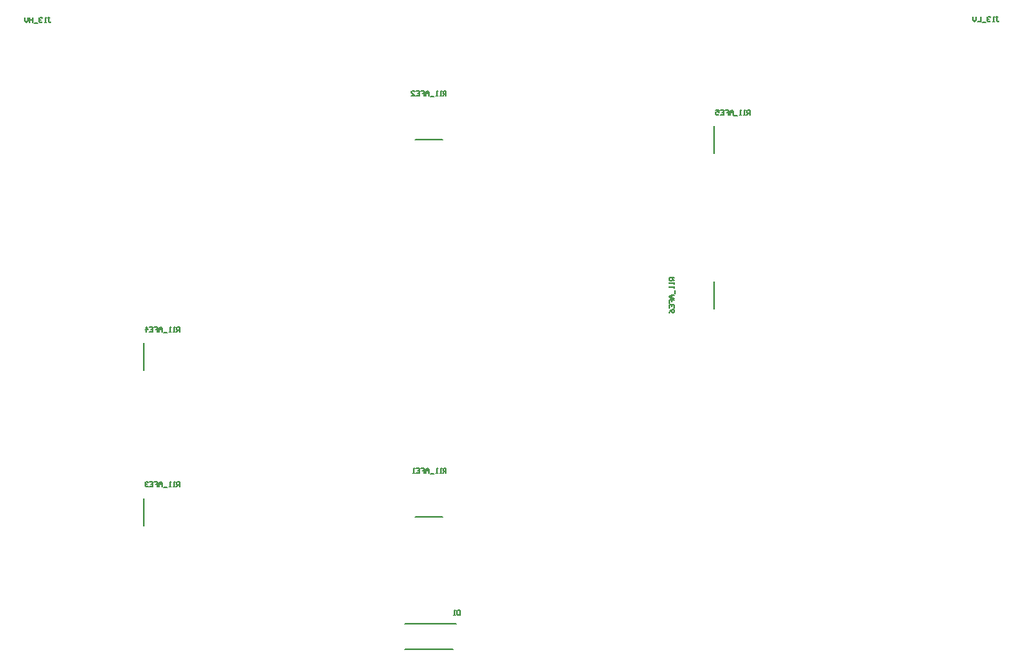
<source format=gbo>
G04*
G04 #@! TF.GenerationSoftware,Altium Limited,Altium Designer,21.3.1 (25)*
G04*
G04 Layer_Color=32896*
%FSLAX25Y25*%
%MOIN*%
G70*
G04*
G04 #@! TF.SameCoordinates,B8EFB4BC-30DA-42F7-88CE-EC59C6869F36*
G04*
G04*
G04 #@! TF.FilePolarity,Positive*
G04*
G01*
G75*
%ADD14C,0.00787*%
%ADD15C,0.00500*%
D14*
X232079Y32157D02*
X252173D01*
X232079Y42646D02*
X253248D01*
X123031Y83957D02*
Y95177D01*
X361221Y174508D02*
Y185728D01*
X236516Y87598D02*
X247736D01*
X236516Y245079D02*
X247736D01*
X123031Y148917D02*
Y160138D01*
X361221Y239469D02*
Y250689D01*
D15*
X344324Y187334D02*
X342356D01*
Y186350D01*
X342684Y186022D01*
X343340D01*
X343668Y186350D01*
Y187334D01*
Y186678D02*
X344324Y186022D01*
Y185366D02*
Y184710D01*
Y185038D01*
X342356D01*
X342684Y185366D01*
X344324Y183726D02*
Y183070D01*
Y183398D01*
X342356D01*
X342684Y183726D01*
X344652Y182086D02*
Y180774D01*
X344324Y180118D02*
X343012D01*
X342356Y179462D01*
X343012Y178806D01*
X344324D01*
X343340D01*
Y180118D01*
X342356Y176838D02*
Y178150D01*
X343340D01*
Y177494D01*
Y178150D01*
X344324D01*
X342356Y174871D02*
Y176182D01*
X344324D01*
Y174871D01*
X343340Y176182D02*
Y175526D01*
X342356Y172903D02*
X342684Y173559D01*
X343340Y174214D01*
X343996D01*
X344324Y173887D01*
Y173231D01*
X343996Y172903D01*
X343668D01*
X343340Y173231D01*
Y174214D01*
X376128Y255500D02*
Y257468D01*
X375144D01*
X374816Y257140D01*
Y256484D01*
X375144Y256156D01*
X376128D01*
X375472D02*
X374816Y255500D01*
X374160D02*
X373504D01*
X373832D01*
Y257468D01*
X374160Y257140D01*
X372520Y255500D02*
X371864D01*
X372192D01*
Y257468D01*
X372520Y257140D01*
X370880Y255172D02*
X369568D01*
X368912Y255500D02*
Y256812D01*
X368256Y257468D01*
X367600Y256812D01*
Y255500D01*
Y256484D01*
X368912D01*
X365632Y257468D02*
X366944D01*
Y256484D01*
X366288D01*
X366944D01*
Y255500D01*
X363664Y257468D02*
X364976D01*
Y255500D01*
X363664D01*
X364976Y256484D02*
X364320D01*
X361697Y257468D02*
X363008D01*
Y256484D01*
X362352Y256812D01*
X362024D01*
X361697Y256484D01*
Y255828D01*
X362024Y255500D01*
X362681D01*
X363008Y255828D01*
X138028Y164900D02*
Y166868D01*
X137044D01*
X136716Y166540D01*
Y165884D01*
X137044Y165556D01*
X138028D01*
X137372D02*
X136716Y164900D01*
X136060D02*
X135404D01*
X135732D01*
Y166868D01*
X136060Y166540D01*
X134420Y164900D02*
X133764D01*
X134092D01*
Y166868D01*
X134420Y166540D01*
X132780Y164572D02*
X131468D01*
X130812Y164900D02*
Y166212D01*
X130156Y166868D01*
X129500Y166212D01*
Y164900D01*
Y165884D01*
X130812D01*
X127532Y166868D02*
X128844D01*
Y165884D01*
X128188D01*
X128844D01*
Y164900D01*
X125564Y166868D02*
X126876D01*
Y164900D01*
X125564D01*
X126876Y165884D02*
X126220D01*
X123925Y164900D02*
Y166868D01*
X124908Y165884D01*
X123597D01*
X138028Y100000D02*
Y101968D01*
X137044D01*
X136716Y101640D01*
Y100984D01*
X137044Y100656D01*
X138028D01*
X137372D02*
X136716Y100000D01*
X136060D02*
X135404D01*
X135732D01*
Y101968D01*
X136060Y101640D01*
X134420Y100000D02*
X133764D01*
X134092D01*
Y101968D01*
X134420Y101640D01*
X132780Y99672D02*
X131468D01*
X130812Y100000D02*
Y101312D01*
X130156Y101968D01*
X129500Y101312D01*
Y100000D01*
Y100984D01*
X130812D01*
X127532Y101968D02*
X128844D01*
Y100984D01*
X128188D01*
X128844D01*
Y100000D01*
X125564Y101968D02*
X126876D01*
Y100000D01*
X125564D01*
X126876Y100984D02*
X126220D01*
X124908Y101640D02*
X124581Y101968D01*
X123925D01*
X123597Y101640D01*
Y101312D01*
X123925Y100984D01*
X124252D01*
X123925D01*
X123597Y100656D01*
Y100328D01*
X123925Y100000D01*
X124581D01*
X124908Y100328D01*
X249228Y263400D02*
Y265368D01*
X248244D01*
X247916Y265040D01*
Y264384D01*
X248244Y264056D01*
X249228D01*
X248572D02*
X247916Y263400D01*
X247260D02*
X246604D01*
X246932D01*
Y265368D01*
X247260Y265040D01*
X245620Y263400D02*
X244964D01*
X245292D01*
Y265368D01*
X245620Y265040D01*
X243980Y263072D02*
X242668D01*
X242012Y263400D02*
Y264712D01*
X241356Y265368D01*
X240700Y264712D01*
Y263400D01*
Y264384D01*
X242012D01*
X238732Y265368D02*
X240044D01*
Y264384D01*
X239388D01*
X240044D01*
Y263400D01*
X236764Y265368D02*
X238076D01*
Y263400D01*
X236764D01*
X238076Y264384D02*
X237420D01*
X234797Y263400D02*
X236108D01*
X234797Y264712D01*
Y265040D01*
X235124Y265368D01*
X235781D01*
X236108Y265040D01*
X249228Y105900D02*
Y107868D01*
X248244D01*
X247916Y107540D01*
Y106884D01*
X248244Y106556D01*
X249228D01*
X248572D02*
X247916Y105900D01*
X247260D02*
X246604D01*
X246932D01*
Y107868D01*
X247260Y107540D01*
X245620Y105900D02*
X244964D01*
X245292D01*
Y107868D01*
X245620Y107540D01*
X243980Y105572D02*
X242668D01*
X242012Y105900D02*
Y107212D01*
X241356Y107868D01*
X240700Y107212D01*
Y105900D01*
Y106884D01*
X242012D01*
X238732Y107868D02*
X240044D01*
Y106884D01*
X239388D01*
X240044D01*
Y105900D01*
X236764Y107868D02*
X238076D01*
Y105900D01*
X236764D01*
X238076Y106884D02*
X237420D01*
X236108Y105900D02*
X235453D01*
X235781D01*
Y107868D01*
X236108Y107540D01*
X255128Y48468D02*
Y46500D01*
X254144D01*
X253816Y46828D01*
Y48140D01*
X254144Y48468D01*
X255128D01*
X253160Y46500D02*
X252504D01*
X252832D01*
Y48468D01*
X253160Y48140D01*
X478716Y296568D02*
X479372D01*
X479044D01*
Y294928D01*
X479372Y294600D01*
X479700D01*
X480028Y294928D01*
X478060Y294600D02*
X477404D01*
X477732D01*
Y296568D01*
X478060Y296240D01*
X476420D02*
X476092Y296568D01*
X475436D01*
X475108Y296240D01*
Y295912D01*
X475436Y295584D01*
X475764D01*
X475436D01*
X475108Y295256D01*
Y294928D01*
X475436Y294600D01*
X476092D01*
X476420Y294928D01*
X474452Y294272D02*
X473140D01*
X472484Y296568D02*
Y294600D01*
X471172D01*
X470516Y296568D02*
Y295256D01*
X469860Y294600D01*
X469204Y295256D01*
Y296568D01*
X83016Y296068D02*
X83672D01*
X83344D01*
Y294428D01*
X83672Y294100D01*
X84000D01*
X84328Y294428D01*
X82360Y294100D02*
X81704D01*
X82032D01*
Y296068D01*
X82360Y295740D01*
X80720D02*
X80392Y296068D01*
X79736D01*
X79408Y295740D01*
Y295412D01*
X79736Y295084D01*
X80064D01*
X79736D01*
X79408Y294756D01*
Y294428D01*
X79736Y294100D01*
X80392D01*
X80720Y294428D01*
X78752Y293772D02*
X77440D01*
X76784Y296068D02*
Y294100D01*
Y295084D01*
X75472D01*
Y296068D01*
Y294100D01*
X74816Y296068D02*
Y294756D01*
X74160Y294100D01*
X73504Y294756D01*
Y296068D01*
M02*

</source>
